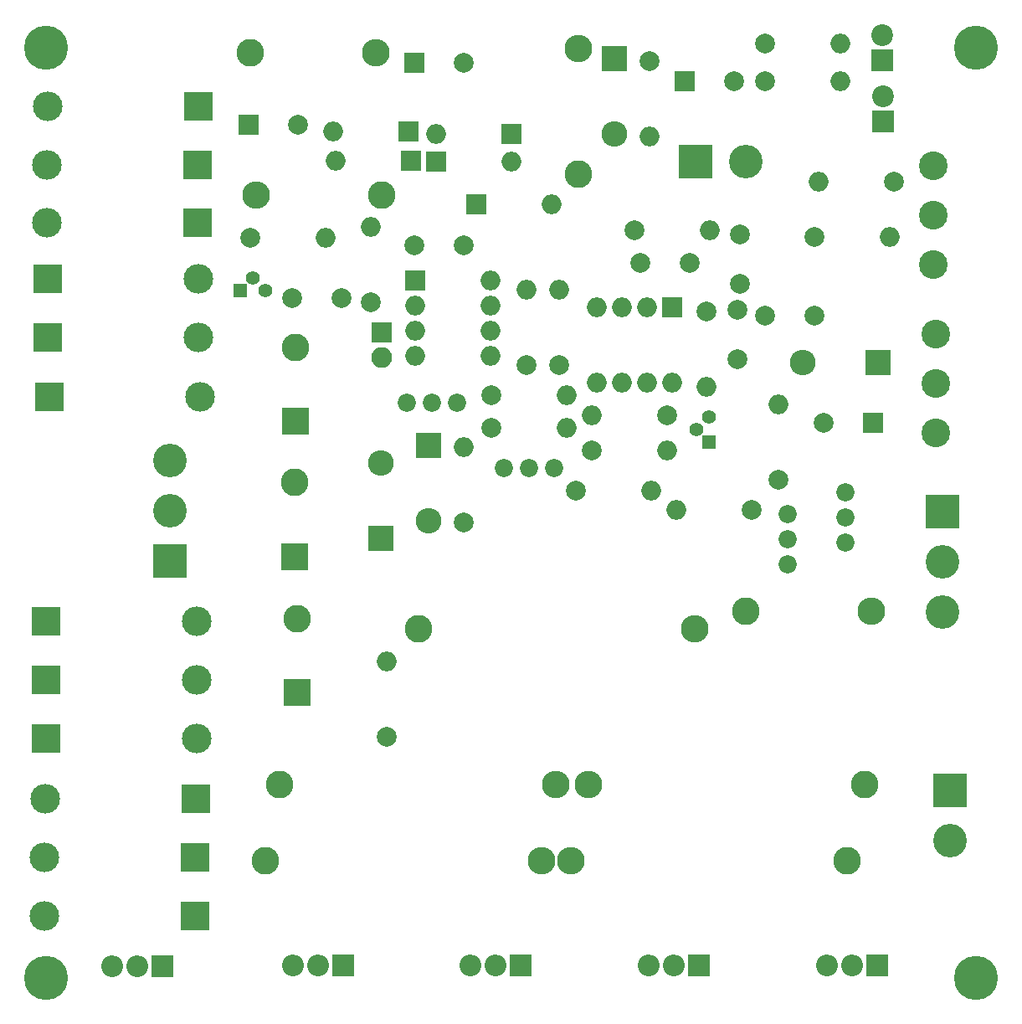
<source format=gbr>
G04 #@! TF.FileFunction,Soldermask,Bot*
%FSLAX46Y46*%
G04 Gerber Fmt 4.6, Leading zero omitted, Abs format (unit mm)*
G04 Created by KiCad (PCBNEW 4.0.7) date 06/01/19 09:45:53*
%MOMM*%
%LPD*%
G01*
G04 APERTURE LIST*
%ADD10C,0.100000*%
%ADD11C,2.000000*%
%ADD12O,2.000000X2.000000*%
%ADD13R,3.400000X3.400000*%
%ADD14C,3.400000*%
%ADD15C,2.800000*%
%ADD16O,2.800000X2.800000*%
%ADD17R,3.000000X3.000000*%
%ADD18O,3.000000X3.000000*%
%ADD19R,2.000000X2.000000*%
%ADD20R,2.600000X2.600000*%
%ADD21O,2.600000X2.600000*%
%ADD22R,2.200000X2.200000*%
%ADD23C,2.200000*%
%ADD24C,1.400000*%
%ADD25R,1.400000X1.400000*%
%ADD26C,2.900000*%
%ADD27R,2.800000X2.800000*%
%ADD28C,4.464000*%
%ADD29C,1.840000*%
%ADD30O,2.200000X2.200000*%
%ADD31R,2.100000X2.100000*%
%ADD32O,2.100000X2.100000*%
G04 APERTURE END LIST*
D10*
D11*
X130708400Y-80060800D03*
X125708400Y-80060800D03*
X119761000Y-79629000D03*
D12*
X119761000Y-87249000D03*
D13*
X143611600Y-99910900D03*
D14*
X143611600Y-104990900D03*
X143611600Y-110070900D03*
D15*
X75107800Y-135178800D03*
D16*
X103047800Y-135178800D03*
D11*
X123190000Y-76835000D03*
X123190000Y-71835000D03*
X122936000Y-84455000D03*
X122936000Y-79455000D03*
X95250000Y-72964040D03*
X90250000Y-72964040D03*
X118033800Y-74752200D03*
X113033800Y-74752200D03*
D17*
X68300600Y-70662800D03*
D18*
X53060600Y-70662800D03*
D17*
X68122800Y-128905000D03*
D18*
X52882800Y-128905000D03*
D17*
X53111400Y-76352400D03*
D18*
X68351400Y-76352400D03*
D17*
X52933600Y-122859800D03*
D18*
X68173600Y-122859800D03*
D19*
X89662000Y-61468000D03*
D12*
X82042000Y-61468000D03*
D19*
X89855040Y-64373760D03*
D12*
X82235040Y-64373760D03*
D20*
X91630500Y-93218000D03*
D21*
X91630500Y-100838000D03*
D19*
X96520000Y-68834000D03*
D12*
X104140000Y-68834000D03*
D20*
X137160000Y-84836000D03*
D21*
X129540000Y-84836000D03*
D22*
X137541000Y-54229000D03*
D23*
X137541000Y-51689000D03*
D13*
X65455800Y-104902000D03*
D14*
X65455800Y-99822000D03*
X65455800Y-94742000D03*
D13*
X144373600Y-128117600D03*
D14*
X144373600Y-133197600D03*
D24*
X118745000Y-91567000D03*
X120015000Y-90297000D03*
D25*
X120015000Y-92837000D03*
D24*
X73914000Y-76301600D03*
X75184000Y-77571600D03*
D25*
X72644000Y-77571600D03*
D11*
X87439500Y-122618500D03*
D12*
X87439500Y-114998500D03*
D15*
X73647300Y-53479700D03*
D16*
X86347300Y-53479700D03*
D15*
X86944200Y-67894200D03*
D16*
X74244200Y-67894200D03*
D11*
X95186500Y-100965000D03*
D12*
X95186500Y-93345000D03*
D11*
X98044000Y-88138000D03*
D12*
X105664000Y-88138000D03*
D11*
X98044000Y-91440000D03*
D12*
X105664000Y-91440000D03*
D15*
X90678000Y-111760000D03*
D16*
X118618000Y-111760000D03*
D11*
X130683000Y-72136000D03*
D12*
X138303000Y-72136000D03*
D11*
X112509300Y-71437500D03*
D12*
X120129300Y-71437500D03*
D11*
X106553000Y-97790000D03*
D12*
X114173000Y-97790000D03*
D11*
X124333000Y-99695000D03*
D12*
X116713000Y-99695000D03*
D11*
X127063500Y-96647000D03*
D12*
X127063500Y-89027000D03*
D15*
X123748800Y-109971840D03*
D16*
X136448800Y-109971840D03*
D11*
X138696700Y-66548000D03*
D12*
X131076700Y-66548000D03*
D11*
X104902000Y-85090000D03*
D12*
X104902000Y-77470000D03*
D11*
X73660000Y-72237600D03*
D12*
X81280000Y-72237600D03*
D11*
X85801200Y-78689200D03*
D12*
X85801200Y-71069200D03*
D11*
X101600000Y-85090000D03*
D12*
X101600000Y-77470000D03*
D11*
X125730000Y-52578000D03*
D12*
X133350000Y-52578000D03*
D26*
X142938500Y-86915000D03*
X142938500Y-91915000D03*
X142938500Y-81915000D03*
X142684500Y-69922400D03*
X142684500Y-74922400D03*
X142684500Y-64922400D03*
D19*
X90302080Y-76499720D03*
D12*
X97922080Y-84119720D03*
X90302080Y-79039720D03*
X97922080Y-81579720D03*
X90302080Y-81579720D03*
X97922080Y-79039720D03*
X90302080Y-84119720D03*
X97922080Y-76499720D03*
D19*
X116332000Y-79248000D03*
D12*
X108712000Y-86868000D03*
X113792000Y-79248000D03*
X111252000Y-86868000D03*
X111252000Y-79248000D03*
X113792000Y-86868000D03*
X108712000Y-79248000D03*
X116332000Y-86868000D03*
D19*
X90246200Y-54533800D03*
D11*
X95246200Y-54533800D03*
D19*
X73482200Y-60794900D03*
D11*
X78482200Y-60794900D03*
D19*
X136652000Y-90932000D03*
D11*
X131652000Y-90932000D03*
D17*
X68046600Y-140817600D03*
D18*
X52806600Y-140817600D03*
D17*
X52933600Y-116916200D03*
D18*
X68173600Y-116916200D03*
D17*
X68046600Y-134848600D03*
D18*
X52806600Y-134848600D03*
D17*
X52959000Y-110947200D03*
D18*
X68199000Y-110947200D03*
D17*
X68351400Y-58902600D03*
D18*
X53111400Y-58902600D03*
D17*
X53263800Y-88265000D03*
D18*
X68503800Y-88265000D03*
D17*
X68326000Y-64795400D03*
D18*
X53086000Y-64795400D03*
D17*
X53136800Y-82296000D03*
D18*
X68376800Y-82296000D03*
D27*
X78143100Y-104457500D03*
D15*
X78143100Y-96957500D03*
D11*
X108204000Y-93726000D03*
D12*
X115824000Y-93726000D03*
D11*
X115824000Y-90170000D03*
D12*
X108204000Y-90170000D03*
D15*
X76555600Y-127457200D03*
D16*
X104495600Y-127457200D03*
D15*
X133985000Y-135191500D03*
D16*
X106045000Y-135191500D03*
D15*
X135763000Y-127508000D03*
D16*
X107823000Y-127508000D03*
D27*
X78333600Y-118211600D03*
D15*
X78333600Y-110711600D03*
D27*
X78181200Y-90754200D03*
D15*
X78181200Y-83254200D03*
D28*
X53000000Y-53000000D03*
X53000000Y-147000000D03*
X147000000Y-53000000D03*
X147000000Y-147000000D03*
D19*
X117576600Y-56352440D03*
D11*
X122576600Y-56352440D03*
D13*
X118630700Y-64452500D03*
D14*
X123710700Y-64452500D03*
D11*
X114046000Y-54356000D03*
D12*
X114046000Y-61976000D03*
D22*
X137668000Y-60452000D03*
D23*
X137668000Y-57912000D03*
D11*
X125730000Y-56388000D03*
D12*
X133350000Y-56388000D03*
D20*
X110490000Y-54102000D03*
D21*
X110490000Y-61722000D03*
D15*
X106781600Y-65773300D03*
D16*
X106781600Y-53073300D03*
D29*
X128016000Y-100167440D03*
X128016000Y-102707440D03*
X128016000Y-105247440D03*
X133804660Y-97901760D03*
X133804660Y-100441760D03*
X133804660Y-102981760D03*
D19*
X100076000Y-61722000D03*
D12*
X92456000Y-61722000D03*
D19*
X92456000Y-64516000D03*
D12*
X100076000Y-64516000D03*
D29*
X99314000Y-95504000D03*
X101854000Y-95504000D03*
X104394000Y-95504000D03*
X89471500Y-88836500D03*
X92011500Y-88836500D03*
X94551500Y-88836500D03*
D11*
X77876400Y-78282800D03*
X82876400Y-78282800D03*
D20*
X86868000Y-102565200D03*
D21*
X86868000Y-94945200D03*
D22*
X137058400Y-145796000D03*
D30*
X134518400Y-145796000D03*
X131978400Y-145796000D03*
D22*
X100965000Y-145770600D03*
D30*
X98425000Y-145770600D03*
X95885000Y-145770600D03*
D22*
X118999000Y-145770600D03*
D30*
X116459000Y-145770600D03*
X113919000Y-145770600D03*
D22*
X83058000Y-145770600D03*
D30*
X80518000Y-145770600D03*
X77978000Y-145770600D03*
D22*
X64770000Y-145821400D03*
D30*
X62230000Y-145821400D03*
X59690000Y-145821400D03*
D31*
X86893400Y-81762600D03*
D32*
X86893400Y-84302600D03*
M02*

</source>
